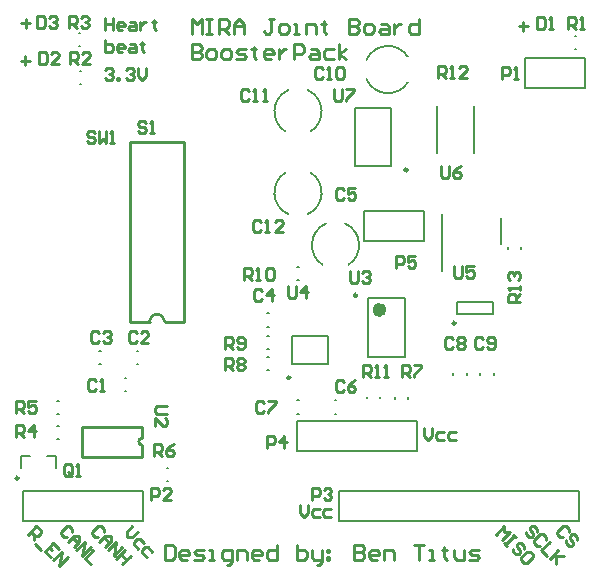
<source format=gto>
G04*
G04 #@! TF.GenerationSoftware,Altium Limited,Altium Designer,18.0.12 (696)*
G04*
G04 Layer_Color=65535*
%FSLAX25Y25*%
%MOIN*%
G70*
G01*
G75*
%ADD10C,0.01000*%
%ADD11C,0.00984*%
%ADD12C,0.00787*%
%ADD13C,0.02362*%
D10*
X154500Y190000D02*
G03*
X149500Y190000I-2500J0D01*
G01*
X147137Y151250D02*
G03*
X147137Y148750I0J-1250D01*
G01*
X154500Y190000D02*
X161000D01*
X143000D02*
X149500D01*
X143000D02*
Y250000D01*
X161000D01*
Y190000D02*
Y250000D01*
X106500Y277000D02*
X109500D01*
X108000Y275500D02*
Y278500D01*
X274000Y287000D02*
Y290000D01*
X272500Y288500D02*
X275500D01*
X108250Y287900D02*
Y290900D01*
X106750Y289400D02*
X109750D01*
X127137Y155000D02*
X147137D01*
X127137Y145000D02*
Y155000D01*
Y145000D02*
X147137D01*
Y148750D01*
Y151250D02*
Y155000D01*
X134500Y291197D02*
Y287198D01*
Y289198D01*
X137166D01*
Y291197D01*
Y287198D01*
X140498D02*
X139165D01*
X138499Y287865D01*
Y289198D01*
X139165Y289864D01*
X140498D01*
X141165Y289198D01*
Y288531D01*
X138499D01*
X143164Y289864D02*
X144497D01*
X145163Y289198D01*
Y287198D01*
X143164D01*
X142497Y287865D01*
X143164Y288531D01*
X145163D01*
X146496Y289864D02*
Y287198D01*
Y288531D01*
X147163Y289198D01*
X147829Y289864D01*
X148495D01*
X151161Y290531D02*
Y289864D01*
X150495D01*
X151828D01*
X151161D01*
Y287865D01*
X151828Y287198D01*
X134500Y283999D02*
Y280000D01*
X136499D01*
X137166Y280666D01*
Y281333D01*
Y281999D01*
X136499Y282666D01*
X134500D01*
X140498Y280000D02*
X139165D01*
X138499Y280666D01*
Y281999D01*
X139165Y282666D01*
X140498D01*
X141165Y281999D01*
Y281333D01*
X138499D01*
X143164Y282666D02*
X144497D01*
X145163Y281999D01*
Y280000D01*
X143164D01*
X142497Y280666D01*
X143164Y281333D01*
X145163D01*
X147163Y283332D02*
Y282666D01*
X146496D01*
X147829D01*
X147163D01*
Y280666D01*
X147829Y280000D01*
X163500Y285898D02*
Y290896D01*
X165166Y289230D01*
X166832Y290896D01*
Y285898D01*
X168498Y290896D02*
X170165D01*
X169331D01*
Y285898D01*
X168498D01*
X170165D01*
X172664D02*
Y290896D01*
X175163D01*
X175996Y290063D01*
Y288397D01*
X175163Y287564D01*
X172664D01*
X174330D02*
X175996Y285898D01*
X177662D02*
Y289230D01*
X179328Y290896D01*
X180994Y289230D01*
Y285898D01*
Y288397D01*
X177662D01*
X190991Y290896D02*
X189325D01*
X190158D01*
Y286731D01*
X189325Y285898D01*
X188492D01*
X187659Y286731D01*
X193490Y285898D02*
X195156D01*
X195990Y286731D01*
Y288397D01*
X195156Y289230D01*
X193490D01*
X192657Y288397D01*
Y286731D01*
X193490Y285898D01*
X197656D02*
X199322D01*
X198489D01*
Y289230D01*
X197656D01*
X201821Y285898D02*
Y289230D01*
X204320D01*
X205153Y288397D01*
Y285898D01*
X207652Y290063D02*
Y289230D01*
X206819D01*
X208485D01*
X207652D01*
Y286731D01*
X208485Y285898D01*
X215983Y290896D02*
Y285898D01*
X218482D01*
X219315Y286731D01*
Y287564D01*
X218482Y288397D01*
X215983D01*
X218482D01*
X219315Y289230D01*
Y290063D01*
X218482Y290896D01*
X215983D01*
X221814Y285898D02*
X223481D01*
X224314Y286731D01*
Y288397D01*
X223481Y289230D01*
X221814D01*
X220981Y288397D01*
Y286731D01*
X221814Y285898D01*
X226813Y289230D02*
X228479D01*
X229312Y288397D01*
Y285898D01*
X226813D01*
X225980Y286731D01*
X226813Y287564D01*
X229312D01*
X230978Y289230D02*
Y285898D01*
Y287564D01*
X231811Y288397D01*
X232644Y289230D01*
X233477D01*
X239309Y290896D02*
Y285898D01*
X236810D01*
X235977Y286731D01*
Y288397D01*
X236810Y289230D01*
X239309D01*
X163500Y282498D02*
Y277500D01*
X165999D01*
X166832Y278333D01*
Y279166D01*
X165999Y279999D01*
X163500D01*
X165999D01*
X166832Y280832D01*
Y281665D01*
X165999Y282498D01*
X163500D01*
X169331Y277500D02*
X170998D01*
X171831Y278333D01*
Y279999D01*
X170998Y280832D01*
X169331D01*
X168498Y279999D01*
Y278333D01*
X169331Y277500D01*
X174330D02*
X175996D01*
X176829Y278333D01*
Y279999D01*
X175996Y280832D01*
X174330D01*
X173497Y279999D01*
Y278333D01*
X174330Y277500D01*
X178495D02*
X180994D01*
X181827Y278333D01*
X180994Y279166D01*
X179328D01*
X178495Y279999D01*
X179328Y280832D01*
X181827D01*
X184327Y281665D02*
Y280832D01*
X183493D01*
X185160D01*
X184327D01*
Y278333D01*
X185160Y277500D01*
X190158D02*
X188492D01*
X187659Y278333D01*
Y279999D01*
X188492Y280832D01*
X190158D01*
X190991Y279999D01*
Y279166D01*
X187659D01*
X192657Y280832D02*
Y277500D01*
Y279166D01*
X193490Y279999D01*
X194323Y280832D01*
X195156D01*
X197656Y277500D02*
Y282498D01*
X200155D01*
X200988Y281665D01*
Y279999D01*
X200155Y279166D01*
X197656D01*
X203487Y280832D02*
X205153D01*
X205986Y279999D01*
Y277500D01*
X203487D01*
X202654Y278333D01*
X203487Y279166D01*
X205986D01*
X210985Y280832D02*
X208485D01*
X207652Y279999D01*
Y278333D01*
X208485Y277500D01*
X210985D01*
X212651D02*
Y282498D01*
Y279166D02*
X215150Y280832D01*
X212651Y279166D02*
X215150Y277500D01*
X154500Y115665D02*
Y110666D01*
X156999D01*
X157832Y111499D01*
Y114831D01*
X156999Y115665D01*
X154500D01*
X161998Y110666D02*
X160331D01*
X159498Y111499D01*
Y113165D01*
X160331Y113998D01*
X161998D01*
X162831Y113165D01*
Y112332D01*
X159498D01*
X164497Y110666D02*
X166996D01*
X167829Y111499D01*
X166996Y112332D01*
X165330D01*
X164497Y113165D01*
X165330Y113998D01*
X167829D01*
X169495Y110666D02*
X171161D01*
X170328D01*
Y113998D01*
X169495D01*
X175327Y109000D02*
X176160D01*
X176993Y109833D01*
Y113998D01*
X174494D01*
X173661Y113165D01*
Y111499D01*
X174494Y110666D01*
X176993D01*
X178659D02*
Y113998D01*
X181158D01*
X181991Y113165D01*
Y110666D01*
X186156D02*
X184490D01*
X183657Y111499D01*
Y113165D01*
X184490Y113998D01*
X186156D01*
X186989Y113165D01*
Y112332D01*
X183657D01*
X191988Y115665D02*
Y110666D01*
X189489D01*
X188656Y111499D01*
Y113165D01*
X189489Y113998D01*
X191988D01*
X198652Y115665D02*
Y110666D01*
X201151D01*
X201985Y111499D01*
Y112332D01*
Y113165D01*
X201151Y113998D01*
X198652D01*
X203651D02*
Y111499D01*
X204484Y110666D01*
X206983D01*
Y109833D01*
X206150Y109000D01*
X205317D01*
X206983Y110666D02*
Y113998D01*
X208649D02*
X209482D01*
Y113165D01*
X208649D01*
Y113998D01*
Y111499D02*
X209482D01*
Y110666D01*
X208649D01*
Y111499D01*
X217813Y115665D02*
Y110666D01*
X220312D01*
X221145Y111499D01*
Y112332D01*
X220312Y113165D01*
X217813D01*
X220312D01*
X221145Y113998D01*
Y114831D01*
X220312Y115665D01*
X217813D01*
X225310Y110666D02*
X223644D01*
X222811Y111499D01*
Y113165D01*
X223644Y113998D01*
X225310D01*
X226144Y113165D01*
Y112332D01*
X222811D01*
X227810Y110666D02*
Y113998D01*
X230309D01*
X231142Y113165D01*
Y110666D01*
X237806Y115665D02*
X241139D01*
X239473D01*
Y110666D01*
X242805D02*
X244471D01*
X243638D01*
Y113998D01*
X242805D01*
X247803Y114831D02*
Y113998D01*
X246970D01*
X248636D01*
X247803D01*
Y111499D01*
X248636Y110666D01*
X251135Y113998D02*
Y111499D01*
X251968Y110666D01*
X254468D01*
Y113998D01*
X256134Y110666D02*
X258633D01*
X259466Y111499D01*
X258633Y112332D01*
X256967D01*
X256134Y113165D01*
X256967Y113998D01*
X259466D01*
X265000Y119000D02*
X267828Y121827D01*
Y119942D01*
X269712Y119942D01*
X266885Y117115D01*
X270655Y119000D02*
X271598Y118058D01*
X271126Y118529D01*
X268299Y115701D01*
X267828Y116173D01*
X268770Y115230D01*
X274425Y114287D02*
Y115230D01*
X273482Y116173D01*
X272540D01*
X272069Y115701D01*
Y114759D01*
X273011Y113816D01*
Y112874D01*
X272540Y112402D01*
X271598D01*
X270655Y113345D01*
Y114287D01*
X277253Y112402D02*
X276310Y113345D01*
X275368D01*
X273482Y111460D01*
Y110518D01*
X274425Y109575D01*
X275367D01*
X277253Y111460D01*
Y112402D01*
X278741Y119971D02*
Y120914D01*
X277799Y121856D01*
X276856D01*
X276385Y121385D01*
Y120442D01*
X277327Y119500D01*
Y118558D01*
X276856Y118086D01*
X275914D01*
X274971Y119029D01*
Y119971D01*
X281569Y117144D02*
Y118086D01*
X280626Y119029D01*
X279684D01*
X277799Y117144D01*
Y116201D01*
X278741Y115259D01*
X279684D01*
X282982Y116673D02*
X280155Y113845D01*
X282040Y111960D01*
X285810Y113845D02*
X282982Y111018D01*
X283925Y111960D01*
X287695D01*
X284868D01*
Y109132D01*
X289241Y119971D02*
Y120914D01*
X288299Y121856D01*
X287356D01*
X285471Y119971D01*
Y119029D01*
X286414Y118086D01*
X287356D01*
X292069Y117144D02*
Y118086D01*
X291126Y119029D01*
X290184D01*
X289713Y118558D01*
Y117615D01*
X290655Y116673D01*
Y115730D01*
X290184Y115259D01*
X289241D01*
X288299Y116201D01*
Y117144D01*
X143827Y121827D02*
X141943Y119942D01*
Y118058D01*
X143827D01*
X145712Y119942D01*
X147598Y116173D02*
X146184Y117586D01*
X145241D01*
X144299Y116644D01*
Y115701D01*
X145712Y114287D01*
X150425Y113345D02*
X149011Y114759D01*
X148069D01*
X147126Y113816D01*
Y112874D01*
X148540Y111460D01*
X134241Y119971D02*
Y120914D01*
X133299Y121856D01*
X132356D01*
X130471Y119971D01*
Y119029D01*
X131414Y118086D01*
X132356D01*
X132827Y116673D02*
X134713Y118558D01*
X136598Y118558D01*
Y116673D01*
X134713Y114787D01*
X136126Y116201D01*
X134241Y118086D01*
X135655Y113845D02*
X138482Y116673D01*
X137540Y111960D01*
X140368Y114787D01*
X141310Y113845D02*
X138482Y111018D01*
X139896Y112431D01*
X141781Y110546D01*
X143195Y111960D01*
X140368Y109132D01*
X123741Y119971D02*
Y120914D01*
X122799Y121856D01*
X121856D01*
X119971Y119971D01*
Y119029D01*
X120914Y118086D01*
X121856D01*
X122327Y116673D02*
X124213Y118558D01*
X126098Y118558D01*
Y116673D01*
X124213Y114787D01*
X125626Y116201D01*
X123741Y118086D01*
X125155Y113845D02*
X127982Y116673D01*
X127040Y111960D01*
X129868Y114787D01*
X130810Y113845D02*
X127982Y111018D01*
X129868Y109132D01*
X109000Y119000D02*
X111828Y121827D01*
X113241Y120414D01*
Y119471D01*
X112299Y118529D01*
X111356D01*
X109942Y119942D01*
X110885Y119000D02*
Y117115D01*
X111356Y115701D02*
X113241Y113816D01*
X119368Y114287D02*
X117482Y116173D01*
X114655Y113345D01*
X116540Y111460D01*
X116069Y114759D02*
X117011Y113816D01*
X117482Y110518D02*
X120310Y113345D01*
X119368Y108632D01*
X122195Y111460D01*
X131166Y252832D02*
X130499Y253499D01*
X129166D01*
X128500Y252832D01*
Y252166D01*
X129166Y251499D01*
X130499D01*
X131166Y250833D01*
Y250166D01*
X130499Y249500D01*
X129166D01*
X128500Y250166D01*
X132499Y253499D02*
Y249500D01*
X133832Y250833D01*
X135164Y249500D01*
Y253499D01*
X136497Y249500D02*
X137830D01*
X137164D01*
Y253499D01*
X136497Y252832D01*
X148166Y256332D02*
X147499Y256999D01*
X146167D01*
X145500Y256332D01*
Y255666D01*
X146167Y254999D01*
X147499D01*
X148166Y254333D01*
Y253666D01*
X147499Y253000D01*
X146167D01*
X145500Y253666D01*
X149499Y253000D02*
X150832D01*
X150165D01*
Y256999D01*
X149499Y256332D01*
X241000Y154499D02*
Y151833D01*
X242333Y150500D01*
X243666Y151833D01*
Y154499D01*
X247664Y153166D02*
X245665D01*
X244999Y152499D01*
Y151166D01*
X245665Y150500D01*
X247664D01*
X251663Y153166D02*
X249664D01*
X248997Y152499D01*
Y151166D01*
X249664Y150500D01*
X251663D01*
X199500Y128999D02*
Y126333D01*
X200833Y125000D01*
X202166Y126333D01*
Y128999D01*
X206165Y127666D02*
X204165D01*
X203499Y126999D01*
Y125666D01*
X204165Y125000D01*
X206165D01*
X210163Y127666D02*
X208164D01*
X207497Y126999D01*
Y125666D01*
X208164Y125000D01*
X210163D01*
X134500Y273832D02*
X135167Y274499D01*
X136499D01*
X137166Y273832D01*
Y273166D01*
X136499Y272499D01*
X135833D01*
X136499D01*
X137166Y271833D01*
Y271166D01*
X136499Y270500D01*
X135167D01*
X134500Y271166D01*
X138499Y270500D02*
Y271166D01*
X139165D01*
Y270500D01*
X138499D01*
X141831Y273832D02*
X142497Y274499D01*
X143830D01*
X144497Y273832D01*
Y273166D01*
X143830Y272499D01*
X143164D01*
X143830D01*
X144497Y271833D01*
Y271166D01*
X143830Y270500D01*
X142497D01*
X141831Y271166D01*
X145830Y274499D02*
Y271833D01*
X147163Y270500D01*
X148495Y271833D01*
Y274499D01*
X211000Y267499D02*
Y264166D01*
X211666Y263500D01*
X212999D01*
X213666Y264166D01*
Y267499D01*
X214999D02*
X217665D01*
Y266832D01*
X214999Y264166D01*
Y263500D01*
X203500Y130500D02*
Y134499D01*
X205499D01*
X206166Y133832D01*
Y132499D01*
X205499Y131833D01*
X203500D01*
X207499Y133832D02*
X208165Y134499D01*
X209498D01*
X210164Y133832D01*
Y133166D01*
X209498Y132499D01*
X208832D01*
X209498D01*
X210164Y131833D01*
Y131167D01*
X209498Y130500D01*
X208165D01*
X207499Y131167D01*
X214166Y233832D02*
X213499Y234499D01*
X212166D01*
X211500Y233832D01*
Y231166D01*
X212166Y230500D01*
X213499D01*
X214166Y231166D01*
X218164Y234499D02*
X215499D01*
Y232499D01*
X216832Y233166D01*
X217498D01*
X218164Y232499D01*
Y231166D01*
X217498Y230500D01*
X216165D01*
X215499Y231166D01*
X207166Y274332D02*
X206499Y274999D01*
X205166D01*
X204500Y274332D01*
Y271666D01*
X205166Y271000D01*
X206499D01*
X207166Y271666D01*
X208499Y271000D02*
X209832D01*
X209165D01*
Y274999D01*
X208499Y274332D01*
X211831D02*
X212497Y274999D01*
X213830D01*
X214497Y274332D01*
Y271666D01*
X213830Y271000D01*
X212497D01*
X211831Y271666D01*
Y274332D01*
X123000Y276000D02*
Y279999D01*
X124999D01*
X125666Y279332D01*
Y277999D01*
X124999Y277333D01*
X123000D01*
X124333D02*
X125666Y276000D01*
X129665D02*
X126999D01*
X129665Y278666D01*
Y279332D01*
X128998Y279999D01*
X127665D01*
X126999Y279332D01*
X112500Y279999D02*
Y276000D01*
X114499D01*
X115166Y276666D01*
Y279332D01*
X114499Y279999D01*
X112500D01*
X119165Y276000D02*
X116499D01*
X119165Y278666D01*
Y279332D01*
X118498Y279999D01*
X117165D01*
X116499Y279332D01*
X289000Y287500D02*
Y291499D01*
X290999D01*
X291666Y290832D01*
Y289499D01*
X290999Y288833D01*
X289000D01*
X290333D02*
X291666Y287500D01*
X292999D02*
X294332D01*
X293665D01*
Y291499D01*
X292999Y290832D01*
X278500Y291499D02*
Y287500D01*
X280499D01*
X281166Y288166D01*
Y290832D01*
X280499Y291499D01*
X278500D01*
X282499Y287500D02*
X283832D01*
X283165D01*
Y291499D01*
X282499Y290832D01*
X267000Y271000D02*
Y274999D01*
X268999D01*
X269666Y274332D01*
Y272999D01*
X268999Y272333D01*
X267000D01*
X270999Y271000D02*
X272332D01*
X271665D01*
Y274999D01*
X270999Y274332D01*
X260666Y184332D02*
X259999Y184999D01*
X258666D01*
X258000Y184332D01*
Y181667D01*
X258666Y181000D01*
X259999D01*
X260666Y181667D01*
X261999D02*
X262665Y181000D01*
X263998D01*
X264665Y181667D01*
Y184332D01*
X263998Y184999D01*
X262665D01*
X261999Y184332D01*
Y183666D01*
X262665Y182999D01*
X264665D01*
X250666Y184332D02*
X249999Y184999D01*
X248666D01*
X248000Y184332D01*
Y181667D01*
X248666Y181000D01*
X249999D01*
X250666Y181667D01*
X251999Y184332D02*
X252665Y184999D01*
X253998D01*
X254664Y184332D01*
Y183666D01*
X253998Y182999D01*
X254664Y182333D01*
Y181667D01*
X253998Y181000D01*
X252665D01*
X251999Y181667D01*
Y182333D01*
X252665Y182999D01*
X251999Y183666D01*
Y184332D01*
X252665Y182999D02*
X253998D01*
X182666Y266832D02*
X181999Y267499D01*
X180666D01*
X180000Y266832D01*
Y264166D01*
X180666Y263500D01*
X181999D01*
X182666Y264166D01*
X183999Y263500D02*
X185332D01*
X184665D01*
Y267499D01*
X183999Y266832D01*
X187331Y263500D02*
X188664D01*
X187997D01*
Y267499D01*
X187331Y266832D01*
X186666Y223332D02*
X185999Y223999D01*
X184667D01*
X184000Y223332D01*
Y220666D01*
X184667Y220000D01*
X185999D01*
X186666Y220666D01*
X187999Y220000D02*
X189332D01*
X188665D01*
Y223999D01*
X187999Y223332D01*
X193997Y220000D02*
X191331D01*
X193997Y222666D01*
Y223332D01*
X193330Y223999D01*
X191997D01*
X191331Y223332D01*
X273000Y196500D02*
X269001D01*
Y198499D01*
X269668Y199166D01*
X271001D01*
X271667Y198499D01*
Y196500D01*
Y197833D02*
X273000Y199166D01*
Y200499D02*
Y201832D01*
Y201165D01*
X269001D01*
X269668Y200499D01*
Y203831D02*
X269001Y204497D01*
Y205830D01*
X269668Y206497D01*
X270334D01*
X271001Y205830D01*
Y205164D01*
Y205830D01*
X271667Y206497D01*
X272334D01*
X273000Y205830D01*
Y204497D01*
X272334Y203831D01*
X231500Y208000D02*
Y211999D01*
X233499D01*
X234166Y211332D01*
Y209999D01*
X233499Y209333D01*
X231500D01*
X238164Y211999D02*
X235499D01*
Y209999D01*
X236832Y210666D01*
X237498D01*
X238164Y209999D01*
Y208666D01*
X237498Y208000D01*
X236165D01*
X235499Y208666D01*
X145166Y186332D02*
X144499Y186999D01*
X143166D01*
X142500Y186332D01*
Y183667D01*
X143166Y183000D01*
X144499D01*
X145166Y183667D01*
X149164Y183000D02*
X146499D01*
X149164Y185666D01*
Y186332D01*
X148498Y186999D01*
X147165D01*
X146499Y186332D01*
X132666D02*
X131999Y186999D01*
X130666D01*
X130000Y186332D01*
Y183667D01*
X130666Y183000D01*
X131999D01*
X132666Y183667D01*
X133999Y186332D02*
X134665Y186999D01*
X135998D01*
X136664Y186332D01*
Y185666D01*
X135998Y184999D01*
X135332D01*
X135998D01*
X136664Y184333D01*
Y183667D01*
X135998Y183000D01*
X134665D01*
X133999Y183667D01*
X131666Y170332D02*
X130999Y170999D01*
X129666D01*
X129000Y170332D01*
Y167666D01*
X129666Y167000D01*
X130999D01*
X131666Y167666D01*
X132999Y167000D02*
X134332D01*
X133665D01*
Y170999D01*
X132999Y170332D01*
X122500Y288000D02*
Y291999D01*
X124499D01*
X125166Y291332D01*
Y289999D01*
X124499Y289333D01*
X122500D01*
X123833D02*
X125166Y288000D01*
X126499Y291332D02*
X127165Y291999D01*
X128498D01*
X129165Y291332D01*
Y290666D01*
X128498Y289999D01*
X127832D01*
X128498D01*
X129165Y289333D01*
Y288666D01*
X128498Y288000D01*
X127165D01*
X126499Y288666D01*
X112000Y291999D02*
Y288000D01*
X113999D01*
X114666Y288666D01*
Y291332D01*
X113999Y291999D01*
X112000D01*
X115999Y291332D02*
X116665Y291999D01*
X117998D01*
X118665Y291332D01*
Y290666D01*
X117998Y289999D01*
X117332D01*
X117998D01*
X118665Y289333D01*
Y288666D01*
X117998Y288000D01*
X116665D01*
X115999Y288666D01*
X187666Y162832D02*
X186999Y163499D01*
X185667D01*
X185000Y162832D01*
Y160167D01*
X185667Y159500D01*
X186999D01*
X187666Y160167D01*
X188999Y163499D02*
X191665D01*
Y162832D01*
X188999Y160167D01*
Y159500D01*
X214166Y169832D02*
X213499Y170499D01*
X212166D01*
X211500Y169832D01*
Y167166D01*
X212166Y166500D01*
X213499D01*
X214166Y167166D01*
X218164Y170499D02*
X216832Y169832D01*
X215499Y168499D01*
Y167166D01*
X216165Y166500D01*
X217498D01*
X218164Y167166D01*
Y167833D01*
X217498Y168499D01*
X215499D01*
X188500Y148000D02*
Y151999D01*
X190499D01*
X191166Y151332D01*
Y149999D01*
X190499Y149333D01*
X188500D01*
X194498Y148000D02*
Y151999D01*
X192499Y149999D01*
X195165D01*
X181000Y204000D02*
Y207999D01*
X182999D01*
X183666Y207332D01*
Y205999D01*
X182999Y205333D01*
X181000D01*
X182333D02*
X183666Y204000D01*
X184999D02*
X186332D01*
X185665D01*
Y207999D01*
X184999Y207332D01*
X188331D02*
X188997Y207999D01*
X190330D01*
X190997Y207332D01*
Y204666D01*
X190330Y204000D01*
X188997D01*
X188331Y204666D01*
Y207332D01*
X174500Y181000D02*
Y184999D01*
X176499D01*
X177166Y184332D01*
Y182999D01*
X176499Y182333D01*
X174500D01*
X175833D02*
X177166Y181000D01*
X178499Y181667D02*
X179165Y181000D01*
X180498D01*
X181165Y181667D01*
Y184332D01*
X180498Y184999D01*
X179165D01*
X178499Y184332D01*
Y183666D01*
X179165Y182999D01*
X181165D01*
X174500Y174000D02*
Y177999D01*
X176499D01*
X177166Y177332D01*
Y175999D01*
X176499Y175333D01*
X174500D01*
X175833D02*
X177166Y174000D01*
X178499Y177332D02*
X179165Y177999D01*
X180498D01*
X181165Y177332D01*
Y176666D01*
X180498Y175999D01*
X181165Y175333D01*
Y174667D01*
X180498Y174000D01*
X179165D01*
X178499Y174667D01*
Y175333D01*
X179165Y175999D01*
X178499Y176666D01*
Y177332D01*
X179165Y175999D02*
X180498D01*
X233500Y171500D02*
Y175499D01*
X235499D01*
X236166Y174832D01*
Y173499D01*
X235499Y172833D01*
X233500D01*
X234833D02*
X236166Y171500D01*
X237499Y175499D02*
X240164D01*
Y174832D01*
X237499Y172167D01*
Y171500D01*
X220500D02*
Y175499D01*
X222499D01*
X223166Y174832D01*
Y173499D01*
X222499Y172833D01*
X220500D01*
X221833D02*
X223166Y171500D01*
X224499D02*
X225832D01*
X225165D01*
Y175499D01*
X224499Y174832D01*
X227831Y171500D02*
X229164D01*
X228497D01*
Y175499D01*
X227831Y174832D01*
X105000Y159500D02*
Y163499D01*
X106999D01*
X107666Y162832D01*
Y161499D01*
X106999Y160833D01*
X105000D01*
X106333D02*
X107666Y159500D01*
X111664Y163499D02*
X108999D01*
Y161499D01*
X110332Y162166D01*
X110998D01*
X111664Y161499D01*
Y160167D01*
X110998Y159500D01*
X109665D01*
X108999Y160167D01*
X123666Y139166D02*
Y141832D01*
X122999Y142499D01*
X121667D01*
X121000Y141832D01*
Y139166D01*
X121667Y138500D01*
X122999D01*
X122333Y139833D02*
X123666Y138500D01*
X122999D02*
X123666Y139166D01*
X124999Y138500D02*
X126332D01*
X125665D01*
Y142499D01*
X124999Y141832D01*
X105000Y151500D02*
Y155499D01*
X106999D01*
X107666Y154832D01*
Y153499D01*
X106999Y152833D01*
X105000D01*
X106333D02*
X107666Y151500D01*
X110998D02*
Y155499D01*
X108999Y153499D01*
X111664D01*
X150000Y130500D02*
Y134499D01*
X151999D01*
X152666Y133832D01*
Y132499D01*
X151999Y131833D01*
X150000D01*
X156665Y130500D02*
X153999D01*
X156665Y133166D01*
Y133832D01*
X155998Y134499D01*
X154665D01*
X153999Y133832D01*
X155286Y161710D02*
X151954D01*
X151287Y161044D01*
Y159711D01*
X151954Y159044D01*
X155286D01*
X151287Y155046D02*
Y157712D01*
X153953Y155046D01*
X154620D01*
X155286Y155712D01*
Y157045D01*
X154620Y157712D01*
X246700Y241999D02*
Y238666D01*
X247366Y238000D01*
X248699D01*
X249366Y238666D01*
Y241999D01*
X253364D02*
X252032Y241332D01*
X250699Y239999D01*
Y238666D01*
X251365Y238000D01*
X252698D01*
X253364Y238666D01*
Y239333D01*
X252698Y239999D01*
X250699D01*
X251000Y208499D02*
Y205166D01*
X251666Y204500D01*
X252999D01*
X253666Y205166D01*
Y208499D01*
X257664D02*
X254999D01*
Y206499D01*
X256332Y207166D01*
X256998D01*
X257664Y206499D01*
Y205166D01*
X256998Y204500D01*
X255665D01*
X254999Y205166D01*
X195800Y201799D02*
Y198467D01*
X196467Y197800D01*
X197799D01*
X198466Y198467D01*
Y201799D01*
X201798Y197800D02*
Y201799D01*
X199799Y199799D01*
X202465D01*
X216200Y206699D02*
Y203366D01*
X216866Y202700D01*
X218199D01*
X218866Y203366D01*
Y206699D01*
X220199Y206032D02*
X220865Y206699D01*
X222198D01*
X222865Y206032D01*
Y205366D01*
X222198Y204699D01*
X221532D01*
X222198D01*
X222865Y204033D01*
Y203366D01*
X222198Y202700D01*
X220865D01*
X220199Y203366D01*
X245500Y271100D02*
Y275099D01*
X247499D01*
X248166Y274432D01*
Y273099D01*
X247499Y272433D01*
X245500D01*
X246833D02*
X248166Y271100D01*
X249499D02*
X250832D01*
X250165D01*
Y275099D01*
X249499Y274432D01*
X255497Y271100D02*
X252831D01*
X255497Y273766D01*
Y274432D01*
X254830Y275099D01*
X253497D01*
X252831Y274432D01*
X150900Y145100D02*
Y149099D01*
X152899D01*
X153566Y148432D01*
Y147099D01*
X152899Y146433D01*
X150900D01*
X152233D02*
X153566Y145100D01*
X157564Y149099D02*
X156232Y148432D01*
X154899Y147099D01*
Y145766D01*
X155565Y145100D01*
X156898D01*
X157564Y145766D01*
Y146433D01*
X156898Y147099D01*
X154899D01*
X187066Y200032D02*
X186399Y200699D01*
X185066D01*
X184400Y200032D01*
Y197366D01*
X185066Y196700D01*
X186399D01*
X187066Y197366D01*
X190398Y196700D02*
Y200699D01*
X188399Y198699D01*
X191065D01*
D11*
X235516Y240555D02*
G03*
X235516Y240555I-492J0D01*
G01*
X105905Y137776D02*
G03*
X105905Y137776I-492J0D01*
G01*
X251504Y189480D02*
G03*
X251504Y189480I-492J0D01*
G01*
X218657Y198748D02*
G03*
X218657Y198748I-492J0D01*
G01*
X196405Y171346D02*
G03*
X196405Y171346I-492J0D01*
G01*
D12*
X215732Y208860D02*
G03*
X214774Y222661I-4232J6640D01*
G01*
X208226D02*
G03*
X207268Y208860I3274J-7161D01*
G01*
X235640Y278232D02*
G03*
X221839Y277274I-6640J-4232D01*
G01*
Y270726D02*
G03*
X235640Y269768I7161J3274D01*
G01*
X203232Y253360D02*
G03*
X202274Y267161I-4232J6640D01*
G01*
X195726D02*
G03*
X194768Y253360I3274J-7161D01*
G01*
X194768Y239640D02*
G03*
X195726Y225839I4232J-6640D01*
G01*
X202274D02*
G03*
X203232Y239640I-3274J7161D01*
G01*
X217996Y241854D02*
X230004D01*
Y261146D01*
X217996Y241854D02*
Y261146D01*
X230004D01*
X212500Y133500D02*
X292500D01*
X212500Y123500D02*
Y133500D01*
Y123500D02*
X292500D01*
Y133500D01*
X126303Y273665D02*
X126697D01*
X126303Y269335D02*
X126697D01*
X291303Y285165D02*
X291697D01*
X291303Y280835D02*
X291697D01*
X274500Y278000D02*
X294500D01*
X274500Y268000D02*
Y278000D01*
Y268000D02*
X294500D01*
Y278000D01*
X264264Y172303D02*
Y172697D01*
X259736Y172303D02*
Y172697D01*
X255264Y172303D02*
Y172697D01*
X250736Y172303D02*
Y172697D01*
X273165Y214303D02*
Y214697D01*
X268835Y214303D02*
Y214697D01*
X221000Y217000D02*
X241000D01*
Y227000D01*
X221000D02*
X241000D01*
X221000Y217000D02*
Y227000D01*
X145303Y175736D02*
X145697D01*
X145303Y180264D02*
X145697D01*
X132803D02*
X133197D01*
X132803Y175736D02*
X133197D01*
X141303Y166736D02*
X141697D01*
X141303Y171264D02*
X141697D01*
X126053Y286065D02*
X126447D01*
X126053Y281735D02*
X126447D01*
X198803Y159236D02*
X199197D01*
X198803Y163764D02*
X199197D01*
X211303D02*
X211697D01*
X211303Y159236D02*
X211697D01*
X198500Y147000D02*
Y157000D01*
X238500D01*
X198500Y147000D02*
X238500D01*
Y157000D01*
X198803Y208165D02*
X199197D01*
X198803Y203835D02*
X199197D01*
X188803Y180835D02*
X189197D01*
X188803Y185165D02*
X189197D01*
X188803Y178165D02*
X189197D01*
X188803Y173835D02*
X189197D01*
X231335Y164303D02*
Y164697D01*
X235665Y164303D02*
Y164697D01*
X226165Y164457D02*
Y164850D01*
X221835Y164457D02*
Y164850D01*
X118803Y159335D02*
X119197D01*
X118803Y163665D02*
X119197D01*
X115256Y145256D02*
X118405D01*
Y141319D02*
Y145256D01*
X106595D02*
X109744D01*
X106595Y141319D02*
Y145256D01*
X118803Y150835D02*
X119197D01*
X118803Y155165D02*
X119197D01*
X107244Y123500D02*
Y133500D01*
X147244D01*
X107244Y123500D02*
X147244D01*
Y133500D01*
X266567Y215965D02*
Y224429D01*
X246843Y206705D02*
Y226004D01*
X251898Y196468D02*
X264102D01*
X251898Y192532D02*
X264102D01*
Y196468D01*
X251898Y192532D02*
Y196468D01*
X245496Y246126D02*
Y261874D01*
X257504Y246126D02*
Y261874D01*
X222201Y178157D02*
X234799D01*
X222201Y197843D02*
X234799D01*
Y178157D02*
Y197843D01*
X222201Y178157D02*
Y197843D01*
X209102Y175972D02*
Y185028D01*
X196898Y175972D02*
Y185028D01*
X209102D01*
X196898Y175972D02*
X209102D01*
X188803Y192764D02*
X189197D01*
X188803Y188236D02*
X189197D01*
X155303Y136835D02*
X155697D01*
X155303Y141165D02*
X155697D01*
D13*
X227319Y193905D02*
G03*
X227319Y193905I-1181J0D01*
G01*
M02*

</source>
